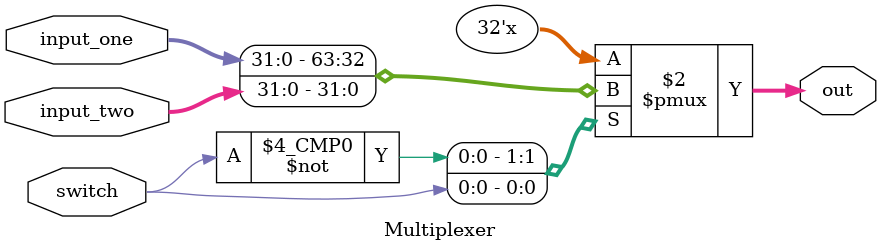
<source format=v>
module Multiplexer(input_one,input_two,switch,out);
   input [31:0]input_one;
   input [31:0]input_two;
   input switch;
   output reg [31:0]out;

always @(*) begin
   case(switch)
      1'b0: out = input_one;
      1'b1: out = input_two;
      default: out = input_one;
   endcase
end
endmodule
</source>
